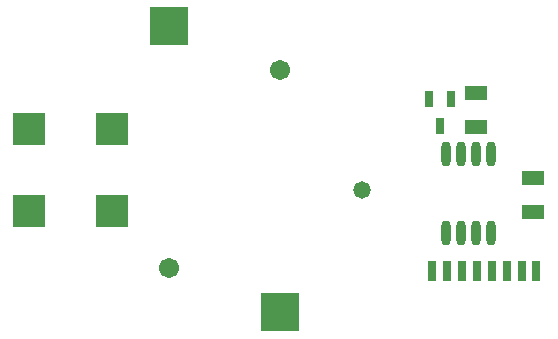
<source format=gbr>
%TF.GenerationSoftware,Altium Limited,Altium Designer,20.0.13 (296)*%
G04 Layer_Color=8388736*
%FSLAX45Y45*%
%MOMM*%
%TF.FileFunction,Soldermask,Top*%
%TF.Part,Single*%
G01*
G75*
%TA.AperFunction,ComponentPad*%
%ADD24R,0.80320X1.80320*%
%ADD25C,1.71120*%
%ADD26R,3.20320X3.20320*%
%TA.AperFunction,ViaPad*%
%ADD27C,1.47320*%
%TA.AperFunction,SMDPad,CuDef*%
%ADD30R,2.70320X2.70320*%
%ADD31R,1.93320X1.17320*%
%ADD32O,0.80320X2.10320*%
%ADD33R,0.80320X1.35320*%
D24*
X14431609Y5283200D02*
D03*
X14304610D02*
D03*
X14177609D02*
D03*
X14050609D02*
D03*
X13923608D02*
D03*
X13796609D02*
D03*
X14558630D02*
D03*
X14683069D02*
D03*
D25*
X12509500Y6990300D02*
D03*
X11569700Y5308600D02*
D03*
D26*
X12509500Y4940300D02*
D03*
X11569700Y7358600D02*
D03*
D27*
X13208000Y5969000D02*
D03*
D30*
X10388600Y5791200D02*
D03*
Y6491200D02*
D03*
X11088600D02*
D03*
Y5791200D02*
D03*
D31*
X14173199Y6798400D02*
D03*
Y6502400D02*
D03*
X14655800Y5782900D02*
D03*
Y6078900D02*
D03*
D32*
X14300200Y6278600D02*
D03*
X14173199D02*
D03*
X14046201D02*
D03*
X13919200D02*
D03*
X14300200Y5608600D02*
D03*
X14173199D02*
D03*
X14046201D02*
D03*
X13919200D02*
D03*
D33*
X13963400Y6741900D02*
D03*
X13773399D02*
D03*
X13868401Y6516900D02*
D03*
%TF.MD5,3a2520674e977e1c9663f49354b62777*%
M02*

</source>
